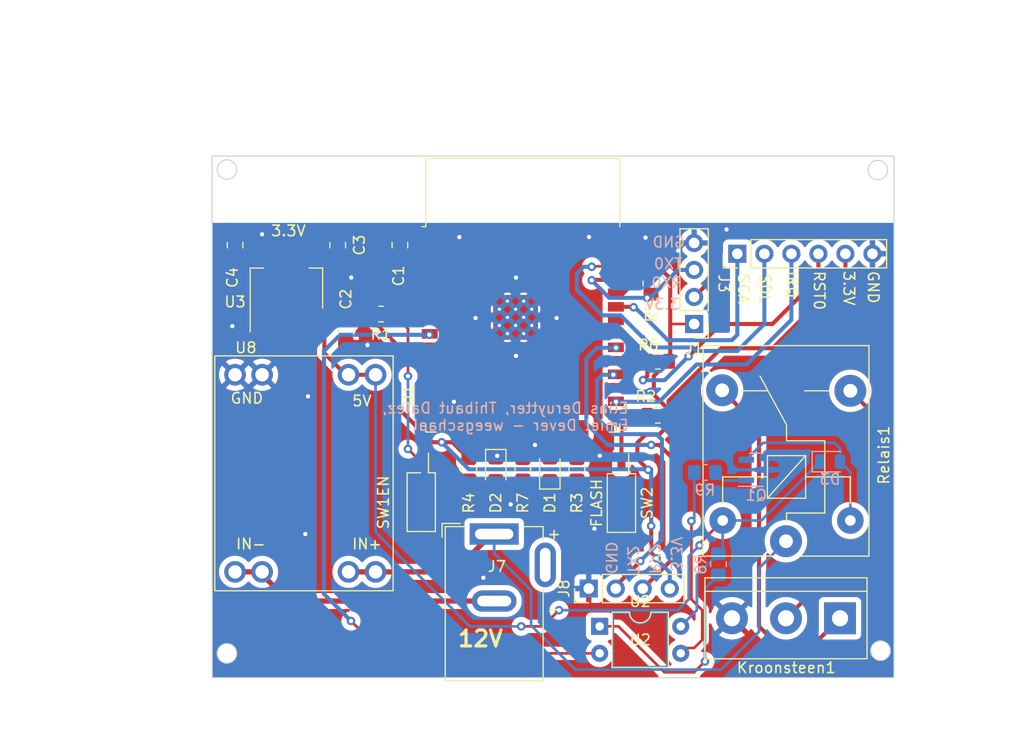
<source format=kicad_pcb>
(kicad_pcb (version 20221018) (generator pcbnew)
  (layers (0 "F.Cu" signal) (31 "B.Cu" signal) (34 "B.Paste" user) (35 "F.Paste" user) (36 "B.SilkS" user "B.Silkscreen") (37 "F.SilkS" user "F.Silkscreen") (38 "B.Mask" user) (39 "F.Mask" user) (44 "Edge.Cuts" user))
  (net 0 "")
  (net 1 "+3.3V")
  (net 2 "GND")
  (net 3 "VDD")
  (net 4 "Net-(D1-K)")
  (net 5 "GPIO2")
  (net 6 "Net-(D2-A)")
  (net 7 "RX0")
  (net 8 "TX0")
  (net 9 "/EN")
  (net 10 "GPIO0")
  (net 11 "GPIO5")
  (net 12 "Net-(D3-A)")
  (net 13 "Net-(Kroonsteen1-Pin_1)")
  (net 14 "Net-(Kroonsteen1-Pin_2)")
  (net 15 "Net-(R8-Pad2)")
  (net 16 "+12V")
  (net 17 "Net-(Q1-B)")
  (net 18 "A8")
  (net 19 "GPIO32")
  (net 30 "GPIO4")
  (net 36 "GPIO21")
  (net 37 "GPIO22")
  (net 42 "Net-(J7-Pad2)")
  (net 45 "TX2")
  (net 46 "RX2")
  (net 47 "Net-(R9-Pad1)")
  (footprint "RF_Module:ESP32-WROOM-32" (layer "F.Cu") (at 125.095 63.328)
    (fp_text reference "U1")
    (fp_text value "ESP32-WROOM-32")
  )
  (footprint "Connector_PinHeader_2.54mm:PinHeader_1x06_P2.54mm_Vertical" (layer "F.Cu") (at 145.264 56.436 90)
    (fp_text reference "J3")
    (fp_text value "Conn_01x06_Pin")
  )
  (footprint "Package_DIP:DIP-4_W7.62mm" (layer "F.Cu") (at 132.32 91.483)
    (fp_text reference "U2")
    (fp_text value "EL817")
  )
  (footprint "Capacitor_SMD:C_0805_2012Metric_Pad1.18x1.45mm_HandSolder" (layer "F.Cu") (at 108.458 63.754 -90)
    (fp_text reference "C2")
    (fp_text value "10uF")
  )
  (footprint "Package_TO_SOT_SMD:SOT-223-3_TabPin2" (layer "F.Cu") (at 102.87 59.69 90)
    (fp_text reference "U3")
    (fp_text value "AMS1117-3.3")
  )
  (footprint "Button_Switch_SMD:SW_DIP_SPSTx01_Slide_Copal_CHS-01B_W7.62mm_P1.27mm" (layer "F.Cu") (at 134.366 79.883 -90)
    (fp_text reference "SW2")
    (fp_text value "FLASH")
  )
  (footprint "Resistor_SMD:R_0805_2012Metric_Pad1.20x1.40mm_HandSolder" (layer "F.Cu") (at 111.76 62.103)
    (fp_text reference "R1")
    (fp_text value "10K")
  )
  (footprint "Button_Switch_SMD:SW_DIP_SPSTx01_Slide_Copal_CHS-01B_W7.62mm_P1.27mm" (layer "F.Cu") (at 115.546 79.804 -90)
    (fp_text reference "SW1")
    (fp_text value "EN")
  )
  (footprint "Resistor_SMD:R_0805_2012Metric_Pad1.20x1.40mm_HandSolder" (layer "F.Cu") (at 137.795 71.628 180)
    (fp_text reference "R2")
    (fp_text value "10K")
  )
  (footprint "Resistor_SMD:R_0805_2012Metric_Pad1.20x1.40mm_HandSolder" (layer "F.Cu") (at 137.136 59.23 -90)
    (fp_text reference "R5")
    (fp_text value "10K")
  )
  (footprint "Resistor_SMD:R_0805_2012Metric_Pad1.20x1.40mm_HandSolder" (layer "F.Cu") (at 130.175 76.708 90)
    (fp_text reference "R3")
    (fp_text value "10K")
  )
  (footprint "Resistor_SMD:R_0805_2012Metric_Pad1.20x1.40mm_HandSolder" (layer "F.Cu") (at 137.795 66.548 180)
    (fp_text reference "R6")
    (fp_text value "10K")
  )
  (footprint "Connector_BarrelJack:BarrelJack_GCT_DCJ200-10-A_Horizontal" (layer "F.Cu") (at 122.404 82.804)
    (fp_text reference "J7")
    (fp_text value "Barrel_Jack")
  )
  (footprint "Relay_THT:Relay_SPDT_SANYOU_SRD_Series_Form_C" (layer "F.Cu") (at 149.836 83.478 90)
    (fp_text reference "Relais1")
    (fp_text value "SANYOU_SRD_Form_C")
  )
  (footprint "Resistor_SMD:R_0805_2012Metric_Pad1.20x1.40mm_HandSolder" (layer "F.Cu") (at 125.095 76.708 90)
    (fp_text reference "R7")
    (fp_text value "1K")
  )
  (footprint "Capacitor_SMD:C_0805_2012Metric_Pad1.18x1.45mm_HandSolder" (layer "F.Cu") (at 113.538 55.626 90)
    (fp_text reference "C1")
    (fp_text value "100uF/6.3V")
  )
  (footprint "Resistor_SMD:R_0805_2012Metric_Pad1.20x1.40mm_HandSolder" (layer "F.Cu") (at 120.015 76.708 -90)
    (fp_text reference "R4")
    (fp_text value "1K")
  )
  (footprint "Library:U1584" (layer "F.Cu") (at 104.648 66.04)
    (fp_text reference "U8")
    (fp_text value "MP1584")
  )
  (footprint "Connector_PinHeader_2.54mm:PinHeader_1x04_P2.54mm_Vertical" (layer "F.Cu") (at 131.294 87.932 90)
    (fp_text reference "J8")
    (fp_text value "Conn_01x04_Pin")
  )
  (footprint "LED_SMD:LED_0805_2012Metric_Pad1.15x1.40mm_HandSolder" (layer "F.Cu") (at 122.555 76.708 -90)
    (fp_text reference "D2")
    (fp_text value "PWR")
  )
  (footprint "Connector_PinHeader_2.54mm:PinHeader_1x04_P2.54mm_Vertical" (layer "F.Cu") (at 141.2 63.04 180)
    (fp_text reference "J1")
    (fp_text value "Conn_01x04_Pin")
  )
  (footprint "Capacitor_SMD:C_0805_2012Metric_Pad1.18x1.45mm_HandSolder" (layer "F.Cu") (at 98.044 55.626 90)
    (fp_text reference "C4")
    (fp_text value "10uF")
  )
  (footprint "LED_SMD:LED_0805_2012Metric_Pad1.15x1.40mm_HandSolder" (layer "F.Cu") (at 127.635 76.708 90)
    (fp_text reference "D1")
    (fp_text value "BLUE")
  )
  (footprint "TerminalBlock:TerminalBlock_bornier-3_P5.08mm" (layer "F.Cu") (at 154.916 90.726 180)
    (fp_text reference "Kroonsteen1")
    (fp_text value "Screw_Terminal_01x03")
  )
  (footprint "Capacitor_SMD:C_0805_2012Metric_Pad1.18x1.45mm_HandSolder" (layer "F.Cu") (at 107.696 55.626 -90)
    (fp_text reference "C3")
    (fp_text value "100nF")
  )
  (footprint "Diode_SMD:D_0805_2012Metric" (layer "B.Cu") (at 153.9785 75.994)
    (fp_text reference "D3")
    (fp_text value "1n4148")
  )
  (footprint "Resistor_SMD:R_0805_2012Metric_Pad1.20x1.40mm_HandSolder" (layer "B.Cu") (at 143.486 85.646 -90)
    (fp_text reference "R8")
    (fp_text value "1k")
  )
  (footprint "Resistor_SMD:R_0805_2012Metric_Pad1.20x1.40mm_HandSolder" (layer "B.Cu") (at 142.216 77.01)
    (fp_text reference "R9")
    (fp_text value "1k")
  )
  (footprint "Package_TO_SOT_SMD:SOT-23" (layer "B.Cu") (at 147.042 76.756)
    (fp_text reference "Q1")
    (fp_text value "Q_NPN_BCE")
  )
  (gr_arc (start 137.136 90.218) (mid 136.12 91.234) (end 135.104 90.218) (stroke (width 0.2)) (layer "B.Cu"))
  (gr_line (start 133.58 90.218) (end 133.58 95.298) (stroke (width 0.2)) (layer "B.Cu"))
  (gr_line (start 135.104 90.218) (end 133.58 90.218) (stroke (width 0.2)) (layer "B.Cu"))
  (gr_line (start 138.66 95.298) (end 138.66 90.218) (stroke (width 0.2)) (layer "B.Cu"))
  (gr_line (start 133.58 95.298) (end 138.66 95.298) (stroke (width 0.2)) (layer "B.Cu"))
  (gr_line (start 138.66 90.218) (end 137.136 90.218) (stroke (width 0.2)) (layer "B.Cu"))
  (gr_circle (center 97.282 94.028) (end 98.044 94.536) (stroke (width 0.1)) (fill none) (layer "Edge.Cuts"))
  (gr_rect (start 95.885 47.244) (end 159.996 96.314) (stroke (width 0.1)) (fill none) (layer "Edge.Cuts"))
  (gr_circle (center 158.472 48.562) (end 159.234 48.054) (stroke (width 0.1)) (fill none) (layer "Edge.Cuts"))
  (gr_circle (center 158.726 93.774) (end 159.488 94.282) (stroke (width 0.1)) (fill none) (layer "Edge.Cuts"))
  (gr_circle (center 97.282 48.514) (end 97.79 49.276) (stroke (width 0.1)) (fill none) (layer "Edge.Cuts"))
  (gr_text "GND" (at 132.818 86.662 -90) (layer "B.SilkS") (effects (font (size 1 1)) (justify left bottom mirror)))
  (gr_text "TX0" (at 140.184 57.96) (layer "B.SilkS") (effects (font (size 1 1)) (justify left bottom mirror)))
  (gr_text "3.3V\n" (at 138.914 86.408 -90) (layer "B.SilkS") (effects (font (size 1 1)) (justify left bottom mirror)))
  (gr_text "Elias Deruytter, Thibaut Dalez,\nEmiel Dever - weegschaal" (at 135.128 73.152) (layer "B.SilkS") (effects (font (size 1 1)) (justify left bottom mirror)))
  (gr_text "RX2\n" (at 136.882 86.662 -90) (layer "B.SilkS") (effects (font (size 1 1)) (justify left bottom mirror)))
  (gr_text "GND" (at 140.438 55.928) (layer "B.SilkS") (effects (font (size 1 1)) (justify left bottom mirror)))
  (gr_text "RX0" (at 140.184 59.738) (layer "B.SilkS") (effects (font (size 1 1)) (justify left bottom mirror)))
  (gr_text "3.3V" (at 139.93 61.77) (layer "B.SilkS") (effects (font (size 1 1)) (justify left bottom mirror)))
  (gr_text "TX2" (at 134.85 86.662 -90) (layer "B.SilkS") (effects (font (size 1 1)) (justify left bottom mirror)))
  (gr_text "5V\n" (at 108.966 70.866) (layer "F.SilkS") (effects (font (size 1 1)) (justify left bottom)))
  (gr_text "3.3V" (at 155.17 57.96 270) (layer "F.SilkS") (effects (font (size 1 1)) (justify left bottom)))
  (gr_text "IN-\n" (at 98.044 84.328) (layer "F.SilkS") (effects (font (size 1 1)) (justify left bottom)))
  (gr_text "RST0" (at 152.376 57.96 -90) (layer "F.SilkS") (effects (font (size 1 1)) (justify left bottom)))
  (gr_text "IRQ\n" (at 149.836 57.96 270) (layer "F.SilkS") (effects (font (size 1 1)) (justify left bottom)))
  (gr_text "12V" (at 118.848 93.52) (layer "F.SilkS") (effects (font (size 1.5 1.5) (thickness 0.3) bold) (justify left bottom)))
  (gr_text "GND" (at 97.536 70.612) (layer "F.SilkS") (effects (font (size 1 1)) (justify left bottom)))
  (gr_text "IN+" (at 108.966 84.328) (layer "F.SilkS") (effects (font (size 1 1)) (justify left bottom)))
  (gr_text "+" (at 128.754 82.344 180) (layer "F.SilkS") (effects (font (size 1 1)) (justify left bottom)))
  (gr_text "-\n" (at 128.778 89.408 180) (layer "F.SilkS") (effects (font (size 1 1)) (justify left bottom)))
  (gr_text "3.3V" (at 101.346 54.864) (layer "F.SilkS") (effects (font (size 1 1)) (justify left bottom)))
  (gr_text "SDL" (at 147.296 58.214 270) (layer "F.SilkS") (effects (font (size 1 1)) (justify left bottom)))
  (gr_text "SCA" (at 145.264 58.214 270) (layer "F.SilkS") (effects (font (size 1 1)) (justify left bottom)))
  (gr_text "GND\n" (at 157.456 57.96 -90) (layer "F.SilkS") (effects (font (size 1 1)) (justify left bottom)))
  (segment (start 110.76 62.5) (end 113.157 64.897) (width 0.381) (layer "F.Cu") (net 1))
  (segment (start 137.16 82.042) (end 137.16 84.582) (width 0.381) (layer "F.Cu") (net 1))
  (segment (start 148.566 65.326) (end 155.424 58.468) (width 0.381) (layer "F.Cu") (net 1))
  (segment (start 138.406 58.214) (end 137.152 58.214) (width 0.381) (layer "F.Cu") (net 1))
  (segment (start 143.74 65.326) (end 148.566 65.326) (width 0.381) (layer "F.Cu") (net 1))
  (segment (start 136.628 73.454) (end 135.866 74.216) (width 0.381) (layer "F.Cu") (net 1))
  (segment (start 113.157 64.897) (end 113.157 70.485) (width 0.381) (layer "F.Cu") (net 1))
  (segment (start 138.954 63.04) (end 138.954 58.762) (width 0.381) (layer "F.Cu") (net 1))
  (segment (start 137.414 69.707) (end 137.414 67.929) (width 0.381) (layer "F.Cu") (net 1))
  (segment (start 117.475 74.168) (end 118.475 74.168) (width 0.381) (layer "F.Cu") (net 1))
  (segment (start 137.152 58.214) (end 137.136 58.23) (width 0.381) (layer "F.Cu") (net 1))
  (segment (start 113.157 70.485) (end 113.157 70.739) (width 0.381) (layer "F.Cu") (net 1))
  (segment (start 116.586 74.168) (end 117.475 74.168) (width 0.381) (layer "F.Cu") (net 1))
  (segment (start 110.76 59.4415) (end 110.76 62.103) (width 0.381) (layer "F.Cu") (net 1))
  (segment (start 155.424 58.468) (end 155.424 56.436) (width 0.381) (layer "F.Cu") (net 1))
  (segment (start 138.954 66.389) (end 138.954 63.04) (width 0.381) (layer "F.Cu") (net 1))
  (segment (start 99.829 56.6635) (end 99.9525 56.54) (width 0.381) (layer "F.Cu") (net 1))
  (segment (start 107.696 56.6635) (end 107.5725 56.54) (width 0.381) (layer "F.Cu") (net 1))
  (segment (start 135.866 74.216) (end 135.866 75.74) (width 0.381) (layer "F.Cu") (net 1))
  (segment (start 138.954 58.762) (end 138.406 58.214) (width 0.381) (layer "F.Cu") (net 1))
  (segment (start 138.795 71.628) (end 138.795 72.557) (width 0.381) (layer "F.Cu") (net 1))
  (segment (start 113.8535 56.348) (end 116.345 56.348) (width 0.381) (layer "F.Cu") (net 1))
  (segment (start 107.696 61.366) (end 102.87 56.54) (width 0.381) (layer "F.Cu") (net 1))
  (segment (start 138.795 71.628) (end 138.795 70.271) (width 0.381) (layer "F.Cu") (net 1))
  (segment (start 141.2 63.04) (end 138.954 63.04) (width 0.25) (layer "F.Cu") (net 1))
  (segment (start 102.87 56.54) (end 102.87 62.84) (width 0.381) (layer "F.Cu") (net 1))
  (segment (start 138.795 66.548) (end 138.954 66.389) (width 0.381) (layer "F.Cu") (net 1))
  (segment (start 138.795 71.088) (end 137.414 69.707) (width 0.381) (layer "F.Cu") (net 1))
  (segment (start 135.866 75.74) (end 136.882 76.756) (width 0.381) (layer "F.Cu") (net 1))
  (segment (start 118.475 74.168) (end 120.015 75.708) (width 0.381) (layer "F.Cu") (net 1))
  (segment (start 137.898 73.454) (end 136.628 73.454) (width 0.381) (layer "F.Cu") (net 1))
  (segment (start 99.9525 56.54) (end 102.87 56.54) (width 0.381) (layer "F.Cu") (net 1))
  (segment (start 138.795 70.271) (end 143.74 65.326) (width 0.381) (layer "F.Cu") (net 1))
  (segment (start 110.023 61.366) (end 107.696 61.366) (width 0.381) (layer "F.Cu") (net 1))
  (segment (start 110.76 62.103) (end 110.236 61.579) (width 0.381) (layer "F.Cu") (net 1))
  (segment (start 110.76 62.103) (end 110.76 62.5) (width 0.381) (layer "F.Cu") (net 1))
  (segment (start 137.414 67.929) (end 138.795 66.548) (width 0.381) (layer "F.Cu") (net 1))
  (segment (start 137.16 84.582) (end 137.668 85.09) (width 0.381) (layer "F.Cu") (net 1))
  (segment (start 110.76 62.103) (end 110.023 61.366) (width 0.381) (layer "F.Cu") (net 1))
  (segment (start 113.538 56.6635) (end 110.76 59.4415) (width 0.381) (layer "F.Cu") (net 1))
  (segment (start 138.795 71.628) (end 138.795 71.088) (width 0.381) (layer "F.Cu") (net 1))
  (segment (start 98.298 56.6635) (end 99.829 56.6635) (width 0.381) (layer "F.Cu") (net 1))
  (segment (start 107.5725 56.54) (end 102.87 56.54) (width 0.381) (layer "F.Cu") (net 1))
  (segment (start 113.157 70.739) (end 116.586 74.168) (width 0.381) (layer "F.Cu") (net 1))
  (segment (start 138.795 72.557) (end 137.898 73.454) (width 0.381) (layer "F.Cu") (net 1))
  (segment (start 113.538 56.6635) (end 113.8535 56.348) (width 0.381) (layer "F.Cu") (net 1))
  (via (at 137.668 85.09) (size 0.8) (drill 0.4) (layers "F.Cu" "B.Cu") (net 1))
  (via (at 117.475 74.168) (size 0.8) (drill 0.4) (layers "F.Cu" "B.Cu") (net 1))
  (via (at 136.882 76.756) (size 0.8) (drill 0.4) (layers "F.Cu" "B.Cu") (net 1))
  (via (at 137.16 82.042) (size 0.8) (drill 0.4) (layers "F.Cu" "B.Cu") (net 1))
  (segment (start 137.16 76.708) (end 137.16 82.042) (width 0.381) (layer "B.Cu") (net 1))
  (segment (start 137.668 85.162) (end 138.914 86.408) (width 0.381) (layer "B.Cu") (net 1))
  (segment (start 138.914 86.408) (end 138.914 87.932) (width 0.381) (layer "B.Cu") (net 1))
  (segment (start 117.475 74.168) (end 120.015 76.708) (width 0.381) (layer "B.Cu") (net 1))
  (segment (start 137.668 85.09) (end 137.668 85.162) (width 0.381) (layer "B.Cu") (net 1))
  (segment (start 120.015 76.708) (end 137.16 76.708) (width 0.381) (layer "B.Cu") (net 1))
  (segment (start 114.514 55.078) (end 116.345 55.078) (width 0.381) (layer "F.Cu") (net 2))
  (segment (start 122.89 60.893) (end 125.94 60.893) (width 0.25) (layer "F.Cu") (net 2))
  (segment (start 125.94 63.1805) (end 125.1775 63.943) (width 0.25) (layer "F.Cu") (net 2))
  (segment (start 125.095 75.708) (end 125.095 75.565) (width 0.25) (layer "F.Cu") (net 2))
  (segment (start 125.095 75.565) (end 126.238 74.422) (width 0.25) (layer "F.Cu") (net 2))
  (segment (start 125.94 63.943) (end 122.89 63.943) (width 0.25) (layer "F.Cu") (net 2))
  (segment (start 114.0245 54.5885) (end 114.514 55.078) (width 0.381) (layer "F.Cu") (net 2))
  (segment (start 125.94 60.893) (end 125.94 63.943) (width 0.25) (layer "F.Cu") (net 2))
  (segment (start 122.89 60.893) (end 122.89 63.943) (width 0.25) (layer "F.Cu") (net 2))
  (segment (start 123.6525 63.943) (end 124.415 63.1805) (width 0.25) (layer "F.Cu") (net 2))
  (segment (start 113.538 54.5885) (end 114.0245 54.5885) (width 0.381) (layer "F.Cu") (net 2))
  (segment (start 125.94 61.6555) (end 125.1775 60.893) (width 0.25) (layer "F.Cu") (net 2))
  (segment (start 123.6525 60.893) (end 125.94 60.893) (width 0.25) (layer "F.Cu") (net 2))
  (segment (start 123.6525 63.943) (end 125.1775 63.943) (width 0.25) (layer "F.Cu") (net 2))
  (via (at 123.952 80.01) (size 0.8) (drill 0.4) (layers "F.Cu" "B.Cu") (net 2))
  (via (at 124.46 66.04) (size 0.8) (drill 0.4) (layers "F.Cu" "B.Cu") (net 2))
  (via (at 139.7 56.134) (size 0.8) (drill 0.4) (layers "F.Cu" "B.Cu") (net 2))
  (via (at 122.682 75.438) (size 0.8) (drill 0.4) (layers "F.Cu" "B.Cu") (net 2))
  (via (at 100.584 54.61) (size 0.8) (drill 0.4) (layers "F.Cu" "B.Cu") (net 2))
  (via (at 136.628 54.912) (size 0.8) (drill 0.4) (layers "F.Cu" "B.Cu") (net 2))
  (via (at 131.826 82.296) (size 0.8) (drill 0.4) (layers "F.Cu" "B.Cu") (net 2))
  (via (at 119.126 54.864) (size 0.8) (drill 0.4) (layers "F.Cu" "B.Cu") (net 2))
  (via (at 104.648 82.804) (size 0.8) (drill 0.4) (layers "F.Cu" "B.Cu") (net 2))
  (via (at 144.248 54.15) (size 0.8) (drill 0.4) (layers "F.Cu" "B.Cu") (net 2))
  (via (at 124.46 58.674) (size 0.8) (drill 0.4) (layers "F.Cu" "B.Cu") (net 2))
  (via (at 110.49 65.024) (size 0.8) (drill 0.4) (layers "F.Cu" "B.Cu") (net 2))
  (via (at 121.388 86.916) (size 0.8) (drill 0.4) (layers "F.Cu" "B.Cu") (net 2))
  (via (at 118.618 70.358) (size 0.8) (drill 0.4) (layers "F.Cu" "B.Cu") (net 2))
  (via (at 120.65 62.484) (size 0.8) (drill 0.4) (layers "F.Cu" "B.Cu") (net 2))
  (via (at 126.238 74.422) (size 0.8) (drill 0.4) (layers "F.Cu" "B.Cu") (net 2))
  (via (at 131.318 54.864) (size 0.8) (drill 0.4) (layers "F.Cu" "B.Cu") (net 2))
  (via (at 104.902 69.85) (size 0.8) (drill 0.4) (layers "F.Cu" "B.Cu") (net 2))
  (via (at 97.79 63.246) (size 0.8) (drill 0.4) (layers "F.Cu" "B.Cu") (net 2))
  (via (at 108.966 58.674) (size 0.8) (drill 0.4) (layers "F.Cu" "B.Cu") (net 2))
  (via (at 128.27 62.484) (size 0.8) (drill 0.4) (layers "F.Cu" "B.Cu") (net 2))
  (via (at 132.334 75.438) (size 0.8) (drill 0.4) (layers "F.Cu" "B.Cu") (net 2))
  (segment (start 144.248 54.15) (end 142.978 55.42) (width 0.25) (layer "B.Cu") (net 2))
  (segment (start 142.978 55.42) (end 141.2 55.42) (width 0.25) (layer "B.Cu") (net 2))
  (segment (start 140.414 55.42) (end 139.7 56.134) (width 0.25) (layer "B.Cu") (net 2))
  (segment (start 141.2 55.42) (end 140.414 55.42) (width 0.25) (layer "B.Cu") (net 2))
  (segment (start 143.886 81.528) (end 141.708 83.706) (width 0.25) (layer "F.Cu") (net 3))
  (segment (start 106.44 64.11) (end 106.44 65.8) (width 0.381) (layer "F.Cu") (net 3))
  (segment (start 105.17 62.84) (end 108.3345 62.84) (width 0.381) (layer "F.Cu") (net 3))
  (segment (start 108.3345 62.84) (end 108.458 62.7165) (width 0.381) (layer "F.Cu") (net 3))
  (segment (start 124.944 91.488) (end 124.69 91.488) (width 0.25) (layer "F.Cu") (net 3))
  (segment (start 126.976 91.488) (end 124.944 91.488) (width 0.25) (layer "F.Cu") (net 3))
  (segment (start 141.708 83.706) (end 141.708 83.868) (width 0.25) (layer "F.Cu") (net 3))
  (segment (start 105.17 62.84) (end 106.44 64.11) (width 0.381) (layer "F.Cu") (net 3))
  (segment (start 128.5 89.964) (end 126.976 91.488) (width 0.25) (layer "F.Cu") (net 3))
  (segment (start 110.998 67.818) (end 108.458 67.818) (width 0.381) (layer "F.Cu") (net 3))
  (segment (start 106.44 65.8) (end 108.458 67.818) (width 0.381) (layer "F.Cu") (net 3))
  (via (at 124.944 91.488) (size 0.8) (drill 0.4) (layers "F.Cu" "B.Cu") (net 3))
  (via (at 141.708 83.868) (size 0.8) (drill 0.4) (layers "F.Cu" "B.Cu") (net 3))
  (via (at 128.5 89.964) (size 0.8) (drill 0.4) (layers "F.Cu" "B.Cu") (net 3))
  (segment (start 143.886 84.246) (end 143.486 84.646) (width 0.25) (layer "B.Cu") (net 3))
  (segment (start 140.692 84.884) (end 140.692 88.694) (width 0.25) (layer "B.Cu") (net 3))
  (segment (start 120.118 91.488) (end 111.252 82.622) (width 0.25) (layer "B.Cu") (net 3))
  (segment (start 143.886 81.528) (end 143.886 84.246) (width 0.25) (layer "B.Cu") (net 3))
  (segment (start 140.692 88.948) (end 139.676 89.964) (width 0.25) (layer "B.Cu") (net 3))
  (segment (start 139.676 89.964) (end 128.5 89.964) (width 0.25) (layer "B.Cu") (net 3))
  (segment (start 140.692 88.694) (end 140.692 88.948) (width 0.25) (layer "B.Cu") (net 3))
  (segment (start 141.47 86.662) (end 141.454 86.662) (width 0.25) (layer "B.Cu") (net 3))
  (segment (start 141.454 86.662) (end 141.454 89.969) (width 0.25) (layer "B.Cu") (net 3))
  (segment (start 111.252 82.622) (end 111.252 67.818) (width 0.25) (layer "B.Cu") (net 3))
  (segment (start 141.708 83.868) (end 140.692 84.884) (width 0.25) (layer "B.Cu") (net 3))
  (segment (start 143.486 84.646) (end 141.47 86.662) (width 0.25) (layer "B.Cu") (net 3))
  (segment (start 124.944 91.488) (end 120.118 91.488) (width 0.25) (layer "B.Cu") (net 3))
  (segment (start 143.886 81.528) (end 147.507 81.528) (width 0.25) (layer "B.Cu") (net 3))
  (segment (start 141.454 89.969) (end 139.94 91.483) (width 0.25) (layer "B.Cu") (net 3))
  (segment (start 147.507 81.528) (end 153.041 75.994) (width 0.25) (layer "B.Cu") (net 3))
  (segment (start 125.12 77.733) (end 127.635 77.733) (width 0.25) (layer "F.Cu") (net 4))
  (segment (start 125.095 77.708) (end 125.12 77.733) (width 0.25) (layer "F.Cu") (net 4))
  (segment (start 130.175 75.708) (end 130.815 75.068) (width 0.25) (layer "F.Cu") (net 5))
  (segment (start 127.635 75.683) (end 127.66 75.708) (width 0.25) (layer "F.Cu") (net 5))
  (segment (start 130.815 75.068) (end 130.815 72.838) (width 0.25) (layer "F.Cu") (net 5))
  (segment (start 127.66 75.708) (end 130.175 75.708) (width 0.25) (layer "F.Cu") (net 5))
  (segment (start 120.015 77.708) (end 122.53 77.708) (width 0.25) (layer "F.Cu") (net 6))
  (segment (start 122.53 77.708) (end 122.555 77.733) (width 0.25) (layer "F.Cu") (net 6))
  (segment (start 139.7 53.848) (end 142.422 53.848) (width 0.381) (layer "F.Cu") (net 7))
  (segment (start 134.533 60.158) (end 133.845 60.158) (width 0.381) (layer "F.Cu") (net 7))
  (segment (start 135.382 58.166) (end 135.382 59.309) (width 0.381) (layer "F.Cu") (net 7))
  (segment (start 142.978 54.404) (end 142.978 58.722) (width 0.381) (layer "F.Cu") (net 7))
  (segment (start 139.7 53.848) (end 135.382 58.166) (width 0.381) (layer "F.Cu") (net 7))
  (segment (start 135.382 59.309) (end 134.533 60.158) (width 0.381) (layer "F.Cu") (net 7))
  (segment (start 142.978 58.722) (end 141.2 60.5) (width 0.381) (layer "F.Cu") (net 7))
  (segment (start 142.422 53.848) (end 142.978 54.404) (width 0.381) (layer "F.Cu") (net 7))
  (segment (start 131.739 58.888) (end 131.572 58.928) (width 0.381) (layer "F.Cu") (net 8))
  (segment (start 133.845 58.888) (end 131.739 58.888) (width 0.381) (layer "F.Cu") (net 8))
  (segment (start 131.572 58.928) (end 131.699 58.928) (width 0.381) (layer "F.Cu") (net 8))
  (segment (start 136.779 60.579) (end 136.779 60.452) (width 0.381) (layer "F.Cu") (net 8))
  (via (at 131.572 58.928) (size 0.8) (drill 0.4) (layers "F.Cu" "B.Cu") (net 8))
  (via (at 136.779 60.579) (size 0.8) (drill 0.4) (layers "F.Cu" "B.Cu") (net 8))
  (segment (start 133.223 60.579) (end 136.779 60.579) (width 0.381) (layer "B.Cu") (net 8))
  (segment (start 136.779 60.579) (end 137.057 60.579) (width 0.381) (layer "B.Cu") (net 8))
  (segment (start 139.676 57.96) (end 141.2 57.96) (width 0.381) (layer "B.Cu") (net 8))
  (segment (start 131.572 58.928) (end 133.223 60.579) (width 0.381) (layer "B.Cu") (net 8))
  (segment (start 137.057 60.579) (end 139.676 57.96) (width 0.381) (layer "B.Cu") (net 8))
  (segment (start 112.903 62.103) (end 114.3 63.5) (width 0.25) (layer "F.Cu") (net 9))
  (segment (start 115.491 75.994) (end 114.3 74.803) (width 0.25) (layer "F.Cu") (net 9))
  (segment (start 112.76 62.103) (end 112.76 60.214) (width 0.25) (layer "F.Cu") (net 9))
  (segment (start 114.3 63.5) (end 114.3 67.945) (width 0.25) (layer "F.Cu") (net 9))
  (segment (start 115.356 57.618) (end 116.345 57.618) (width 0.25) (layer "F.Cu") (net 9))
  (segment (start 112.76 60.214) (end 115.356 57.618) (width 0.25) (layer "F.Cu") (net 9))
  (segment (start 112.76 62.103) (end 112.903 62.103) (width 0.25) (layer "F.Cu") (net 9))
  (segment (start 115.546 75.994) (end 115.491 75.994) (width 0.25) (layer "F.Cu") (net 9))
  (via (at 114.3 74.803) (size 0.8) (drill 0.4) (layers "F.Cu" "B.Cu") (net 9))
  (via (at 114.3 67.945) (size 0.8) (drill 0.4) (layers "F.Cu" "B.Cu") (net 9))
  (segment (start 114.3 67.945) (end 114.3 74.803) (width 0.25) (layer "B.Cu") (net 9))
  (segment (start 136.795 71.628) (end 136.755 71.588) (width 0.381) (layer "F.Cu") (net 10))
  (segment (start 134.366 76.073) (end 134.366 72.109) (width 0.381) (layer "F.Cu") (net 10))
  (segment (start 136.755 71.588) (end 133.845 71.588) (width 0.381) (layer "F.Cu") (net 10))
  (segment (start 134.366 72.109) (end 133.845 71.588) (width 0.381) (layer "F.Cu") (net 10))
  (segment (start 136.795 66.548) (end 133.885 66.548) (width 0.381) (layer "F.Cu") (net 11))
  (segment (start 136.795 67.929) (end 136.398 68.326) (width 0.381) (layer "F.Cu") (net 11))
  (segment (start 133.885 66.548) (end 133.845 66.508) (width 0.381) (layer "F.Cu") (net 11))
  (segment (start 143.716 63.04) (end 148.566 63.04) (width 0.381) (layer "F.Cu") (net 11))
  (segment (start 140.68 66.076) (end 143.716 63.04) (width 0.381) (layer "F.Cu") (net 11))
  (segment (start 152.884 58.722) (end 152.884 56.436) (width 0.381) (layer "F.Cu") (net 11))
  (segment (start 148.566 63.04) (end 152.884 58.722) (width 0.381) (layer "F.Cu") (net 11))
  (segment (start 136.795 66.548) (end 136.795 67.929) (width 0.381) (layer "F.Cu") (net 11))
  (via (at 140.68 66.076) (size 0.8) (drill 0.4) (layers "F.Cu" "B.Cu") (net 11))
  (via (at 136.398 68.326) (size 0.8) (drill 0.4) (layers "F.Cu" "B.Cu") (net 11))
  (segment (start 138.43 68.326) (end 136.398 68.326) (width 0.381) (layer "B.Cu") (net 11))
  (segment (start 140.68 66.076) (end 138.43 68.326) (width 0.381) (layer "B.Cu") (net 11))
  (segment (start 154.916 75.994) (end 154.916 74.724) (width 0.25) (layer "B.Cu") (net 12))
  (segment (start 154.408 74.216) (end 147.6945 74.216) (width 0.25) (layer "B.Cu") (net 12))
  (segment (start 154.916 75.994) (end 155.886 76.964) (width 0.25) (layer "B.Cu") (net 12))
  (segment (start 147.6945 74.216) (end 146.1045 75.806) (width 0.25) (layer "B.Cu") (net 12))
  (segment (start 154.916 74.724) (end 154.408 74.216) (width 0.25) (layer "B.Cu") (net 12))
  (segment (start 155.886 76.964) (end 155.886 81.528) (width 0.25) (layer "B.Cu") (net 12))
  (segment (start 147.296 72.738) (end 143.836 69.278) (width 0.381) (layer "F.Cu") (net 13))
  (segment (start 149.074 93.266) (end 147.296 91.488) (width 0.381) (layer "F.Cu") (net 13))
  (segment (start 152.376 93.266) (end 149.074 93.266) (width 0.381) (layer "F.Cu") (net 13))
  (segment (start 154.916 90.726) (end 152.376 93.266) (width 0.381) (layer "F.Cu") (net 13))
  (segment (start 147.296 91.488) (end 147.296 72.738) (width 0.381) (layer "F.Cu") (net 13))
  (segment (start 158.472 71.914) (end 155.886 69.328) (width 0.381) (layer "F.Cu") (net 14))
  (segment (start 154.154 86.408) (end 157.456 86.408) (width 0.381) (layer "F.Cu") (net 14))
  (segment (start 149.836 90.726) (end 154.154 86.408) (width 0.381) (layer "F.Cu") (net 14))
  (segment (start 157.456 86.408) (end 158.472 85.392) (width 0.381) (layer "F.Cu") (net 14))
  (segment (start 158.472 85.392) (end 158.472 71.914) (width 0.381) (layer "F.Cu") (net 14))
  (segment (start 141.2 95.806) (end 142.216 94.79) (width 0.25) (layer "F.Cu") (net 15))
  (segment (start 138.406 95.806) (end 141.2 95.806) (width 0.25) (layer "F.Cu") (net 15))
  (segment (start 134.083 91.483) (end 138.406 95.806) (width 0.25) (layer "F.Cu") (net 15))
  (segment (start 132.32 91.483) (end 134.083 91.483) (width 0.25) (layer "F.Cu") (net 15))
  (via (at 142.216 94.79) (size 0.8) (drill 0.4) (layers "F.Cu" "B.Cu") (net 15))
  (segment (start 142.216 94.79) (end 142.216 87.916) (width 0.25) (layer "B.Cu") (net 15))
  (segment (start 142.216 87.916) (end 143.486 86.646) (width 0.25) (layer "B.Cu") (net 15))
  (segment (start 118.618 86.36) (end 122.174 82.804) (width 0.5) (layer "F.Cu") (net 16))
  (segment (start 108.458 86.36) (end 118.618 86.36) (width 0.5) (layer "F.Cu") (net 16))
  (segment (start 122.174 82.804) (end 122.404 82.804) (width 0.5) (layer "F.Cu") (net 16))
  (segment (start 130.024 95.552) (end 125.879 91.407) (width 0.25) (layer "B.Cu") (net 16))
  (segment (start 122.404 84.63) (end 122.404 82.804) (width 0.25) (layer "B.Cu") (net 16))
  (segment (start 147.296 91.996) (end 143.74 95.552) (width 0.25) (layer "B.Cu") (net 16))
  (segment (start 143.74 95.552) (end 130.024 95.552) (width 0.25) (layer "B.Cu") (net 16))
  (segment (start 149.836 83.478) (end 147.296 86.018) (width 0.25) (layer "B.Cu") (net 16))
  (segment (start 125.879 88.105) (end 122.404 84.63) (width 0.25) (layer "B.Cu") (net 16))
  (segment (start 147.296 86.018) (end 147.296 91.996) (width 0.25) (layer "B.Cu") (net 16))
  (segment (start 125.879 91.407) (end 125.879 88.105) (width 0.25) (layer "B.Cu") (net 16))
  (segment (start 143.232 77.01) (end 143.994 77.772) (width 0.25) (layer "B.Cu") (net 17))
  (segment (start 146.0385 77.772) (end 146.1045 77.706) (width 0.25) (layer "B.Cu") (net 17))
  (segment (start 143.216 77.01) (end 143.232 77.01) (width 0.25) (layer "B.Cu") (net 17))
  (segment (start 143.994 77.772) (end 146.0385 77.772) (width 0.25) (layer "B.Cu") (net 17))
  (segment (start 111.985 94.023) (end 108.942 90.98) (width 0.25) (layer "F.Cu") (net 19))
  (segment (start 132.32 94.023) (end 111.985 94.023) (width 0.25) (layer "F.Cu") (net 19))
  (via (at 108.942 90.98) (size 0.8) (drill 0.4) (layers "F.Cu" "B.Cu") (net 19))
  (via (at 116.308 64.056) (size 0.8) (drill 0.4) (layers "F.Cu" "B.Cu") (net 19))
  (segment (start 108.942 90.98) (end 106.402 88.44) (width 0.381) (layer "B.Cu") (net 19))
  (segment (start 106.402 88.44) (end 106.402 65.58) (width 0.381) (layer "B.Cu") (net 19))
  (segment (start 106.91 65.072) (end 107.926 64.056) (width 0.381) (layer "B.Cu") (net 19))
  (segment (start 107.926 64.056) (end 116.308 64.056) (width 0.381) (layer "B.Cu") (net 19))
  (segment (start 106.402 65.58) (end 106.91 65.072) (width 0.381) (layer "B.Cu") (net 19))
  (via (at 133.858 70.358) (size 0.8) (drill 0.4) (layers "F.Cu" "B.Cu") (net 30))
  (segment (start 141.43 66.85) (end 146.141 66.85) (width 0.381) (layer "B.Cu") (net 30))
  (segment (start 150.344 62.647) (end 150.344 56.436) (width 0.381) (layer "B.Cu") (net 30))
  (segment (start 137.922 70.358) (end 141.43 66.85) (width 0.381) (layer "B.Cu") (net 30))
  (segment (start 146.141 66.85) (end 150.344 62.647) (width 0.381) (layer "B.Cu") (net 30))
  (segment (start 133.858 70.358) (end 137.922 70.358) (width 0.381) (layer "B.Cu") (net 30))
  (segment (start 133.845 61.428) (end 135.469 61.428) (width 0.381) (layer "F.Cu") (net 36))
  (segment (start 135.469 61.428) (end 135.509 61.468) (width 0.381) (layer "F.Cu") (net 36))
  (via (at 135.509 61.468) (size 0.8) (drill 0.4) (layers "F.Cu" "B.Cu") (net 36))
  (segment (start 145.264 64.056) (end 145.264 56.436) (width 0.381) (layer "B.Cu") (net 36))
  (segment (start 135.636 61.468) (end 138.732 64.564) (width 0.381) (layer "B.Cu") (net 36))
  (segment (start 135.509 61.468) (end 135.636 61.468) (width 0.381) (layer "B.Cu") (net 36))
  (segment (start 138.732 64.564) (end 144.756 64.564) (width 0.381) (layer "B.Cu") (net 36))
  (segment (start 144.756 64.564) (end 145.264 64.056) (width 0.381) (layer "B.Cu") (net 36))
  (segment (start 131.612 57.618) (end 131.572 57.658) (width 0.25) (layer "F.Cu") (net 37))
  (segment (start 133.845 57.618) (end 131.612 57.618) (width 0.25) (layer "F.Cu") (net 37))
  (via (at 131.572 57.658) (size 0.8) (drill 0.4) (layers "F.Cu" "B.Cu") (net 37))
  (segment (start 137.3135 65.2495) (end 141.043436 65.2495) (width 0.381) (layer "B.Cu") (net 37))
  (segment (start 130.175 58.293) (end 130.175 59.817) (width 0.381) (layer "B.Cu") (net 37))
  (segment (start 130.81 57.658) (end 130.175 58.293) (width 0.381) (layer "B.Cu") (net 37))
  (segment (start 132.588 62.23) (end 134.294 62.23) (width 0.381) (layer "B.Cu") (net 37))
  (segment (start 130.175 59.817) (end 132.588 62.23) (width 0.381) (layer "B.Cu") (net 37))
  (segment (start 136.398 64.262) (end 136.398 64.334) (width 0.381) (layer "B.Cu") (net 37))
  (segment (start 131.572 57.658) (end 130.81 57.658) (width 0.381) (layer "B.Cu") (net 37))
  (segment (start 136.326 64.262) (end 136.398 64.262) (width 0.381) (layer "B.Cu") (net 37))
  (segment (start 141.043436 65.2495) (end 141.373936 65.58) (width 0.381) (layer "B.Cu") (net 37))
  (segment (start 134.294 62.23) (end 136.326 64.262) (width 0.381) (layer "B.Cu") (net 37))
  (segment (start 145.264 65.58) (end 147.804 63.04) (width 0.381) (layer "B.Cu") (net 37))
  (segment (start 141.373936 65.58) (end 145.264 65.58) (width 0.381) (layer "B.Cu") (net 37))
  (segment (start 147.804 63.04) (end 147.804 56.436) (width 0.381) (layer "B.Cu") (net 37))
  (segment (start 136.398 64.334) (end 137.3135 65.2495) (width 0.381) (layer "B.Cu") (net 37))
  (segment (start 103.074 89.104) (end 122.404 89.104) (width 0.5) (layer "F.Cu") (net 42))
  (segment (start 100.33 86.36) (end 103.074 89.104) (width 0.5) (layer "F.Cu") (net 42))
  (segment (start 97.79 86.36) (end 100.33 86.36) (width 0.5) (layer "F.Cu") (net 42))
  (segment (start 136.144 85.344) (end 136.144 85.368) (width 0.381) (layer "F.Cu") (net 45))
  (segment (start 136.144 85.368) (end 133.834 87.678) (width 0.381) (layer "F.Cu") (net 45))
  (segment (start 133.834 87.678) (end 133.834 87.932) (width 0.381) (layer "F.Cu") (net 45))
  (via (at 133.604 67.818) (size 0.8) (drill 0.4) (layers "F.Cu" "B.Cu") (net 45))
  (via (at 136.144 85.344) (size 0.8) (drill 0.4) (layers "F.Cu" "B.Cu") (net 45))
  (segment (start 138.176 74.676) (end 138.176 83.312) (width 0.381) (layer "B.Cu") (net 45))
  (segment (start 132.08 68.326) (end 132.588 67.818) (width 0.381) (layer "B.Cu") (net 45))
  (segment (start 132.08 71.882) (end 132.08 68.326) (width 0.381) (layer "B.Cu") (net 45))
  (segment (start 132.842 67.818) (end 133.604 67.818) (width 0.381) (layer "B.Cu") (net 45))
  (segment (start 132.588 67.818) (end 132.842 67.818) (width 0.381) (layer "B.Cu") (net 45))
  (segment (start 133.604 73.406) (end 132.08 71.882) (width 0.381) (layer "B.Cu") (net 45))
  (segment (start 138.176 74.676) (end 138.176 73.914) (width 0.381) (layer "B.Cu") (net 45))
  (segment (start 138.176 83.312) (end 136.144 85.344) (width 0.381) (layer "B.Cu") (net 45))
  (segment (start 138.176 73.914) (end 137.668 73.406) (width 0.381) (layer "B.Cu") (net 45))
  (segment (start 137.668 73.406) (end 133.604 73.406) (width 0.381) (layer "B.Cu") (net 45))
  (segment (start 137.922 74.422) (end 139.192 75.692) (width 0.381) (layer "F.Cu") (net 46))
  (segment (start 137.16 74.422) (end 137.922 74.422) (width 0.381) (layer "F.Cu") (net 46))
  (segment (start 139.192 75.692) (end 139.192 85.114) (width 0.381) (layer "F.Cu") (net 46))
  (segment (start 139.192 85.114) (end 136.374 87.932) (width 0.381) (layer "F.Cu") (net 46))
  (via (at 133.858 65.278) (size 0.8) (drill 0.4) (layers "F.Cu" "B.Cu") (net 46))
  (via (at 137.16 74.422) (size 0.8) (drill 0.4) (layers "F.Cu" "B.Cu") (net 46))
  (segment (start 131.064 72.39) (end 131.064 66.294) (width 0.381) (layer "B.Cu") (net 46))
  (segment (start 137.16 74.422) (end 133.096 74.422) (width 0.381) (layer "B.Cu") (net 46))
  (segment (start 131.572 72.898) (end 131.064 72.39) (width 0.381) (layer "B.Cu") (net 46))
  (segment (start 133.096 74.422) (end 131.572 72.898) (width 0.381) (layer "B.Cu") (net 46))
  (segment (start 132.08 65.278) (end 133.858 65.278) (width 0.381) (layer "B.Cu") (net 46))
  (segment (start 131.064 66.294) (end 132.08 65.278) (width 0.381) (layer "B.Cu") (net 46))
  (segment (start 141.962 89.964) (end 141.962 92.758) (width 0.25) (layer "F.Cu") (net 47))
  (segment (start 140.946 81.582) (end 140.946 88.948) (width 0.25) (layer "F.Cu") (net 47))
  (segment (start 140.946 88.948) (end 141.962 89.964) (width 0.25) (layer "F.Cu") (net 47))
  (segment (start 141.2 93.52) (end 140.443 93.52) (width 0.25) (layer "F.Cu") (net 47))
  (segment (start 141.962 92.758) (end 141.2 93.52) (width 0.25) (layer "F.Cu") (net 47))
  (segment (start 140.443 93.52) (end 139.94 94.023) (width 0.25) (layer "F.Cu") (net 47))
  (via (at 140.946 81.582) (size 0.8) (drill 0.4) (layers "F.Cu" "B.Cu") (net 47))
  (segment (start 141.216 81.312) (end 140.946 81.582) (width 0.25) (layer "B.Cu") (net 47))
  (segment (start 141.216 77.01) (end 141.216 81.312) (width 0.25) (layer "B.Cu") (net 47))
  (zone locked (net 2) (net_name "GND") (layers "F&B.Cu") (connect_pads (clearance 0.5)) (min_thickness 0.25) (fill yes (thermal_gap 0.5) (thermal_bridge_width 0.5))
    (polygon (pts (xy 75.946 103.632) (xy 172.212 103.632) (xy 172.212 45.466) (xy 75.946 45.466)))
  )
)
</source>
